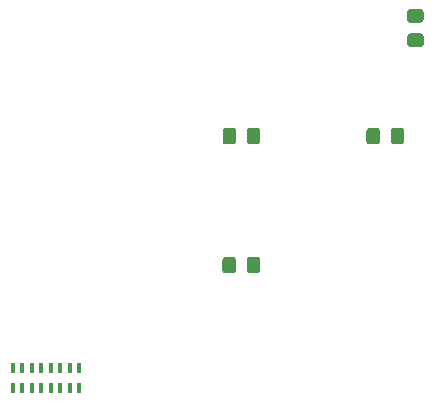
<source format=gbr>
%TF.GenerationSoftware,KiCad,Pcbnew,(5.1.6)-1*%
%TF.CreationDate,2022-03-09T09:08:39-05:00*%
%TF.ProjectId,a500hdd-remake,61353030-6864-4642-9d72-656d616b652e,rev?*%
%TF.SameCoordinates,Original*%
%TF.FileFunction,Paste,Bot*%
%TF.FilePolarity,Positive*%
%FSLAX46Y46*%
G04 Gerber Fmt 4.6, Leading zero omitted, Abs format (unit mm)*
G04 Created by KiCad (PCBNEW (5.1.6)-1) date 2022-03-09 09:08:39*
%MOMM*%
%LPD*%
G01*
G04 APERTURE LIST*
%ADD10R,0.450000X0.900000*%
G04 APERTURE END LIST*
%TO.C,C1*%
G36*
G01*
X140377000Y-72840001D02*
X140377000Y-71939999D01*
G75*
G02*
X140626999Y-71690000I249999J0D01*
G01*
X141277001Y-71690000D01*
G75*
G02*
X141527000Y-71939999I0J-249999D01*
G01*
X141527000Y-72840001D01*
G75*
G02*
X141277001Y-73090000I-249999J0D01*
G01*
X140626999Y-73090000D01*
G75*
G02*
X140377000Y-72840001I0J249999D01*
G01*
G37*
G36*
G01*
X142427000Y-72840001D02*
X142427000Y-71939999D01*
G75*
G02*
X142676999Y-71690000I249999J0D01*
G01*
X143327001Y-71690000D01*
G75*
G02*
X143577000Y-71939999I0J-249999D01*
G01*
X143577000Y-72840001D01*
G75*
G02*
X143327001Y-73090000I-249999J0D01*
G01*
X142676999Y-73090000D01*
G75*
G02*
X142427000Y-72840001I0J249999D01*
G01*
G37*
%TD*%
%TO.C,C2*%
G36*
G01*
X130235000Y-83762001D02*
X130235000Y-82861999D01*
G75*
G02*
X130484999Y-82612000I249999J0D01*
G01*
X131135001Y-82612000D01*
G75*
G02*
X131385000Y-82861999I0J-249999D01*
G01*
X131385000Y-83762001D01*
G75*
G02*
X131135001Y-84012000I-249999J0D01*
G01*
X130484999Y-84012000D01*
G75*
G02*
X130235000Y-83762001I0J249999D01*
G01*
G37*
G36*
G01*
X128185000Y-83762001D02*
X128185000Y-82861999D01*
G75*
G02*
X128434999Y-82612000I249999J0D01*
G01*
X129085001Y-82612000D01*
G75*
G02*
X129335000Y-82861999I0J-249999D01*
G01*
X129335000Y-83762001D01*
G75*
G02*
X129085001Y-84012000I-249999J0D01*
G01*
X128434999Y-84012000D01*
G75*
G02*
X128185000Y-83762001I0J249999D01*
G01*
G37*
%TD*%
%TO.C,C3*%
G36*
G01*
X128194000Y-72840001D02*
X128194000Y-71939999D01*
G75*
G02*
X128443999Y-71690000I249999J0D01*
G01*
X129094001Y-71690000D01*
G75*
G02*
X129344000Y-71939999I0J-249999D01*
G01*
X129344000Y-72840001D01*
G75*
G02*
X129094001Y-73090000I-249999J0D01*
G01*
X128443999Y-73090000D01*
G75*
G02*
X128194000Y-72840001I0J249999D01*
G01*
G37*
G36*
G01*
X130244000Y-72840001D02*
X130244000Y-71939999D01*
G75*
G02*
X130493999Y-71690000I249999J0D01*
G01*
X131144001Y-71690000D01*
G75*
G02*
X131394000Y-71939999I0J-249999D01*
G01*
X131394000Y-72840001D01*
G75*
G02*
X131144001Y-73090000I-249999J0D01*
G01*
X130493999Y-73090000D01*
G75*
G02*
X130244000Y-72840001I0J249999D01*
G01*
G37*
%TD*%
%TO.C,C4*%
G36*
G01*
X144075999Y-63696000D02*
X144976001Y-63696000D01*
G75*
G02*
X145226000Y-63945999I0J-249999D01*
G01*
X145226000Y-64596001D01*
G75*
G02*
X144976001Y-64846000I-249999J0D01*
G01*
X144075999Y-64846000D01*
G75*
G02*
X143826000Y-64596001I0J249999D01*
G01*
X143826000Y-63945999D01*
G75*
G02*
X144075999Y-63696000I249999J0D01*
G01*
G37*
G36*
G01*
X144075999Y-61646000D02*
X144976001Y-61646000D01*
G75*
G02*
X145226000Y-61895999I0J-249999D01*
G01*
X145226000Y-62546001D01*
G75*
G02*
X144976001Y-62796000I-249999J0D01*
G01*
X144075999Y-62796000D01*
G75*
G02*
X143826000Y-62546001I0J249999D01*
G01*
X143826000Y-61895999D01*
G75*
G02*
X144075999Y-61646000I249999J0D01*
G01*
G37*
%TD*%
D10*
%TO.C,RN1*%
X116052000Y-93726000D03*
X115252000Y-93726000D03*
X114452000Y-93726000D03*
X113652000Y-93726000D03*
X112852000Y-93726000D03*
X112052000Y-93726000D03*
X111252000Y-93726000D03*
X110452000Y-93726000D03*
X110452000Y-92026000D03*
X111252000Y-92026000D03*
X112052000Y-92026000D03*
X112852000Y-92026000D03*
X113652000Y-92026000D03*
X114452000Y-92026000D03*
X115252000Y-92026000D03*
X116052000Y-92026000D03*
%TD*%
M02*

</source>
